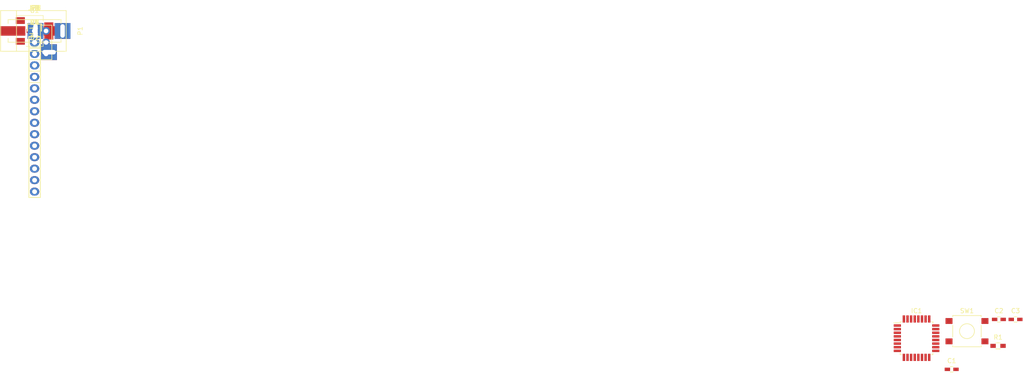
<source format=kicad_pcb>
(kicad_pcb (version 4) (host pcbnew 4.0.2-stable)

  (general
    (links 96)
    (no_connects 74)
    (area 0 0 0 0)
    (thickness 1.6)
    (drawings 0)
    (tracks 0)
    (zones 0)
    (modules 34)
    (nets 37)
  )

  (page A4)
  (layers
    (0 F.Cu signal)
    (31 B.Cu signal)
    (32 B.Adhes user)
    (33 F.Adhes user)
    (34 B.Paste user)
    (35 F.Paste user)
    (36 B.SilkS user)
    (37 F.SilkS user)
    (38 B.Mask user)
    (39 F.Mask user)
    (40 Dwgs.User user)
    (41 Cmts.User user)
    (42 Eco1.User user)
    (43 Eco2.User user)
    (44 Edge.Cuts user)
    (45 Margin user)
    (46 B.CrtYd user)
    (47 F.CrtYd user)
    (48 B.Fab user)
    (49 F.Fab user)
  )

  (setup
    (last_trace_width 0.25)
    (trace_clearance 0.2)
    (zone_clearance 0.508)
    (zone_45_only no)
    (trace_min 0.2)
    (segment_width 0.2)
    (edge_width 0.1)
    (via_size 0.6)
    (via_drill 0.4)
    (via_min_size 0.4)
    (via_min_drill 0.3)
    (uvia_size 0.3)
    (uvia_drill 0.1)
    (uvias_allowed no)
    (uvia_min_size 0.2)
    (uvia_min_drill 0.1)
    (pcb_text_width 0.3)
    (pcb_text_size 1.5 1.5)
    (mod_edge_width 0.15)
    (mod_text_size 1 1)
    (mod_text_width 0.15)
    (pad_size 1.5 1.5)
    (pad_drill 0.6)
    (pad_to_mask_clearance 0)
    (aux_axis_origin 0 0)
    (visible_elements 7FFFFFFF)
    (pcbplotparams
      (layerselection 0x00030_80000001)
      (usegerberextensions false)
      (excludeedgelayer true)
      (linewidth 0.100000)
      (plotframeref false)
      (viasonmask false)
      (mode 1)
      (useauxorigin false)
      (hpglpennumber 1)
      (hpglpenspeed 20)
      (hpglpendiameter 15)
      (hpglpenoverlay 2)
      (psnegative false)
      (psa4output false)
      (plotreference true)
      (plotvalue true)
      (plotinvisibletext false)
      (padsonsilk false)
      (subtractmaskfromsilk false)
      (outputformat 1)
      (mirror false)
      (drillshape 1)
      (scaleselection 1)
      (outputdirectory ""))
  )

  (net 0 "")
  (net 1 +5V)
  (net 2 GND)
  (net 3 "Net-(C2-Pad1)")
  (net 4 /RESET)
  (net 5 /DTR)
  (net 6 +3V3)
  (net 7 /XT1)
  (net 8 /XT2)
  (net 9 "Net-(D1-Pad1)")
  (net 10 "Net-(D2-Pad1)")
  (net 11 /D3)
  (net 12 /D4)
  (net 13 /D5)
  (net 14 /D6)
  (net 15 /D7)
  (net 16 /D8)
  (net 17 /D9)
  (net 18 /D10)
  (net 19 /D11)
  (net 20 /D12)
  (net 21 /D13)
  (net 22 /A6)
  (net 23 /A7)
  (net 24 /A0)
  (net 25 /A1)
  (net 26 /A2)
  (net 27 /A3)
  (net 28 /A4/SDA)
  (net 29 /A5/SCL)
  (net 30 /RXD)
  (net 31 /TXD)
  (net 32 /D2)
  (net 33 "Net-(JP1-Pad2)")
  (net 34 "Net-(JP2-Pad1)")
  (net 35 "Net-(JP8-Pad2)")
  (net 36 "Net-(JP9-Pad1)")

  (net_class Default "This is the default net class."
    (clearance 0.2)
    (trace_width 0.25)
    (via_dia 0.6)
    (via_drill 0.4)
    (uvia_dia 0.3)
    (uvia_drill 0.1)
    (add_net +3V3)
    (add_net +5V)
    (add_net /A0)
    (add_net /A1)
    (add_net /A2)
    (add_net /A3)
    (add_net /A4/SDA)
    (add_net /A5/SCL)
    (add_net /A6)
    (add_net /A7)
    (add_net /D10)
    (add_net /D11)
    (add_net /D12)
    (add_net /D13)
    (add_net /D2)
    (add_net /D3)
    (add_net /D4)
    (add_net /D5)
    (add_net /D6)
    (add_net /D7)
    (add_net /D8)
    (add_net /D9)
    (add_net /DTR)
    (add_net /RESET)
    (add_net /RXD)
    (add_net /TXD)
    (add_net /XT1)
    (add_net /XT2)
    (add_net GND)
    (add_net "Net-(C2-Pad1)")
    (add_net "Net-(D1-Pad1)")
    (add_net "Net-(D2-Pad1)")
    (add_net "Net-(JP1-Pad2)")
    (add_net "Net-(JP2-Pad1)")
    (add_net "Net-(JP8-Pad2)")
    (add_net "Net-(JP9-Pad1)")
  )

  (module Housings_QFP:TQFP-32_7x7mm_Pitch0.8mm (layer F.Cu) (tedit 54130A77) (tstamp 5847FBE2)
    (at 195.168095 67.985)
    (descr "32-Lead Plastic Thin Quad Flatpack (PT) - 7x7x1.0 mm Body, 2.00 mm [TQFP] (see Microchip Packaging Specification 00000049BS.pdf)")
    (tags "QFP 0.8")
    (path /5847FF76)
    (attr smd)
    (fp_text reference IC1 (at 0 -6.05) (layer F.SilkS)
      (effects (font (size 1 1) (thickness 0.15)))
    )
    (fp_text value ATMEGA328P-A (at 0 6.05) (layer F.Fab)
      (effects (font (size 1 1) (thickness 0.15)))
    )
    (fp_text user %R (at 0 0) (layer F.Fab)
      (effects (font (size 1 1) (thickness 0.15)))
    )
    (fp_line (start -2.5 -3.5) (end 3.5 -3.5) (layer F.Fab) (width 0.15))
    (fp_line (start 3.5 -3.5) (end 3.5 3.5) (layer F.Fab) (width 0.15))
    (fp_line (start 3.5 3.5) (end -3.5 3.5) (layer F.Fab) (width 0.15))
    (fp_line (start -3.5 3.5) (end -3.5 -2.5) (layer F.Fab) (width 0.15))
    (fp_line (start -3.5 -2.5) (end -2.5 -3.5) (layer F.Fab) (width 0.15))
    (fp_line (start -5.3 -5.3) (end -5.3 5.3) (layer F.CrtYd) (width 0.05))
    (fp_line (start 5.3 -5.3) (end 5.3 5.3) (layer F.CrtYd) (width 0.05))
    (fp_line (start -5.3 -5.3) (end 5.3 -5.3) (layer F.CrtYd) (width 0.05))
    (fp_line (start -5.3 5.3) (end 5.3 5.3) (layer F.CrtYd) (width 0.05))
    (fp_line (start -3.625 -3.625) (end -3.625 -3.4) (layer F.SilkS) (width 0.15))
    (fp_line (start 3.625 -3.625) (end 3.625 -3.3) (layer F.SilkS) (width 0.15))
    (fp_line (start 3.625 3.625) (end 3.625 3.3) (layer F.SilkS) (width 0.15))
    (fp_line (start -3.625 3.625) (end -3.625 3.3) (layer F.SilkS) (width 0.15))
    (fp_line (start -3.625 -3.625) (end -3.3 -3.625) (layer F.SilkS) (width 0.15))
    (fp_line (start -3.625 3.625) (end -3.3 3.625) (layer F.SilkS) (width 0.15))
    (fp_line (start 3.625 3.625) (end 3.3 3.625) (layer F.SilkS) (width 0.15))
    (fp_line (start 3.625 -3.625) (end 3.3 -3.625) (layer F.SilkS) (width 0.15))
    (fp_line (start -3.625 -3.4) (end -5.05 -3.4) (layer F.SilkS) (width 0.15))
    (pad 1 smd rect (at -4.25 -2.8) (size 1.6 0.55) (layers F.Cu F.Paste F.Mask)
      (net 11 /D3))
    (pad 2 smd rect (at -4.25 -2) (size 1.6 0.55) (layers F.Cu F.Paste F.Mask)
      (net 12 /D4))
    (pad 3 smd rect (at -4.25 -1.2) (size 1.6 0.55) (layers F.Cu F.Paste F.Mask)
      (net 2 GND))
    (pad 4 smd rect (at -4.25 -0.4) (size 1.6 0.55) (layers F.Cu F.Paste F.Mask)
      (net 1 +5V))
    (pad 5 smd rect (at -4.25 0.4) (size 1.6 0.55) (layers F.Cu F.Paste F.Mask)
      (net 2 GND))
    (pad 6 smd rect (at -4.25 1.2) (size 1.6 0.55) (layers F.Cu F.Paste F.Mask)
      (net 1 +5V))
    (pad 7 smd rect (at -4.25 2) (size 1.6 0.55) (layers F.Cu F.Paste F.Mask)
      (net 7 /XT1))
    (pad 8 smd rect (at -4.25 2.8) (size 1.6 0.55) (layers F.Cu F.Paste F.Mask)
      (net 8 /XT2))
    (pad 9 smd rect (at -2.8 4.25 90) (size 1.6 0.55) (layers F.Cu F.Paste F.Mask)
      (net 13 /D5))
    (pad 10 smd rect (at -2 4.25 90) (size 1.6 0.55) (layers F.Cu F.Paste F.Mask)
      (net 14 /D6))
    (pad 11 smd rect (at -1.2 4.25 90) (size 1.6 0.55) (layers F.Cu F.Paste F.Mask)
      (net 15 /D7))
    (pad 12 smd rect (at -0.4 4.25 90) (size 1.6 0.55) (layers F.Cu F.Paste F.Mask)
      (net 16 /D8))
    (pad 13 smd rect (at 0.4 4.25 90) (size 1.6 0.55) (layers F.Cu F.Paste F.Mask)
      (net 17 /D9))
    (pad 14 smd rect (at 1.2 4.25 90) (size 1.6 0.55) (layers F.Cu F.Paste F.Mask)
      (net 18 /D10))
    (pad 15 smd rect (at 2 4.25 90) (size 1.6 0.55) (layers F.Cu F.Paste F.Mask)
      (net 19 /D11))
    (pad 16 smd rect (at 2.8 4.25 90) (size 1.6 0.55) (layers F.Cu F.Paste F.Mask)
      (net 20 /D12))
    (pad 17 smd rect (at 4.25 2.8) (size 1.6 0.55) (layers F.Cu F.Paste F.Mask)
      (net 21 /D13))
    (pad 18 smd rect (at 4.25 2) (size 1.6 0.55) (layers F.Cu F.Paste F.Mask)
      (net 1 +5V))
    (pad 19 smd rect (at 4.25 1.2) (size 1.6 0.55) (layers F.Cu F.Paste F.Mask)
      (net 22 /A6))
    (pad 20 smd rect (at 4.25 0.4) (size 1.6 0.55) (layers F.Cu F.Paste F.Mask)
      (net 3 "Net-(C2-Pad1)"))
    (pad 21 smd rect (at 4.25 -0.4) (size 1.6 0.55) (layers F.Cu F.Paste F.Mask)
      (net 2 GND))
    (pad 22 smd rect (at 4.25 -1.2) (size 1.6 0.55) (layers F.Cu F.Paste F.Mask)
      (net 23 /A7))
    (pad 23 smd rect (at 4.25 -2) (size 1.6 0.55) (layers F.Cu F.Paste F.Mask)
      (net 24 /A0))
    (pad 24 smd rect (at 4.25 -2.8) (size 1.6 0.55) (layers F.Cu F.Paste F.Mask)
      (net 25 /A1))
    (pad 25 smd rect (at 2.8 -4.25 90) (size 1.6 0.55) (layers F.Cu F.Paste F.Mask)
      (net 26 /A2))
    (pad 26 smd rect (at 2 -4.25 90) (size 1.6 0.55) (layers F.Cu F.Paste F.Mask)
      (net 27 /A3))
    (pad 27 smd rect (at 1.2 -4.25 90) (size 1.6 0.55) (layers F.Cu F.Paste F.Mask)
      (net 28 /A4/SDA))
    (pad 28 smd rect (at 0.4 -4.25 90) (size 1.6 0.55) (layers F.Cu F.Paste F.Mask)
      (net 29 /A5/SCL))
    (pad 29 smd rect (at -0.4 -4.25 90) (size 1.6 0.55) (layers F.Cu F.Paste F.Mask)
      (net 4 /RESET))
    (pad 30 smd rect (at -1.2 -4.25 90) (size 1.6 0.55) (layers F.Cu F.Paste F.Mask)
      (net 30 /RXD))
    (pad 31 smd rect (at -2 -4.25 90) (size 1.6 0.55) (layers F.Cu F.Paste F.Mask)
      (net 31 /TXD))
    (pad 32 smd rect (at -2.8 -4.25 90) (size 1.6 0.55) (layers F.Cu F.Paste F.Mask)
      (net 32 /D2))
    (model Housings_QFP.3dshapes/TQFP-32_7x7mm_Pitch0.8mm.wrl
      (at (xyz 0 0 0))
      (scale (xyz 1 1 1))
      (rotate (xyz 0 0 0))
    )
  )

  (module Buttons_Switches_SMD:SW_SPST_B3S-1000 (layer F.Cu) (tedit 56EDA1C6) (tstamp 5847FBF0)
    (at 206.325001 66.435)
    (descr "Surface Mount Tactile Switch for High-Density Packaging")
    (tags "Tactile Switch")
    (path /5847F20E)
    (attr smd)
    (fp_text reference SW1 (at 0 -4.5) (layer F.SilkS)
      (effects (font (size 1 1) (thickness 0.15)))
    )
    (fp_text value SW_PUSH (at 0 4.5) (layer F.Fab)
      (effects (font (size 1 1) (thickness 0.15)))
    )
    (fp_line (start -5 3.7) (end 5 3.7) (layer F.CrtYd) (width 0.05))
    (fp_line (start 5 3.7) (end 5 -3.7) (layer F.CrtYd) (width 0.05))
    (fp_line (start 5 -3.7) (end -5 -3.7) (layer F.CrtYd) (width 0.05))
    (fp_line (start -5 -3.7) (end -5 3.7) (layer F.CrtYd) (width 0.05))
    (fp_line (start -3.15 -3.2) (end -3.15 -3.45) (layer F.SilkS) (width 0.15))
    (fp_line (start -3.15 -3.45) (end 3.15 -3.45) (layer F.SilkS) (width 0.15))
    (fp_line (start 3.15 -3.45) (end 3.15 -3.2) (layer F.SilkS) (width 0.15))
    (fp_line (start -3.15 1.3) (end -3.15 -1.3) (layer F.SilkS) (width 0.15))
    (fp_line (start 3.15 3.2) (end 3.15 3.45) (layer F.SilkS) (width 0.15))
    (fp_line (start 3.15 3.45) (end -3.15 3.45) (layer F.SilkS) (width 0.15))
    (fp_line (start -3.15 3.45) (end -3.15 3.2) (layer F.SilkS) (width 0.15))
    (fp_line (start 3.15 -1.3) (end 3.15 1.3) (layer F.SilkS) (width 0.15))
    (fp_circle (center 0 0) (end 1.65 0) (layer F.SilkS) (width 0.15))
    (fp_line (start -3 -3.3) (end 3 -3.3) (layer F.Fab) (width 0.15))
    (fp_line (start 3 -3.3) (end 3 3.3) (layer F.Fab) (width 0.15))
    (fp_line (start 3 3.3) (end -3 3.3) (layer F.Fab) (width 0.15))
    (fp_line (start -3 3.3) (end -3 -3.3) (layer F.Fab) (width 0.15))
    (pad 1 smd rect (at -3.975 -2.25) (size 1.55 1.3) (layers F.Cu F.Paste F.Mask)
      (net 2 GND))
    (pad 1 smd rect (at 3.975 -2.25) (size 1.55 1.3) (layers F.Cu F.Paste F.Mask)
      (net 2 GND))
    (pad 2 smd rect (at -3.975 2.25) (size 1.55 1.3) (layers F.Cu F.Paste F.Mask)
      (net 4 /RESET))
    (pad 2 smd rect (at 3.975 2.25) (size 1.55 1.3) (layers F.Cu F.Paste F.Mask)
      (net 4 /RESET))
  )

  (module Capacitors_SMD:C_0603_HandSoldering (layer F.Cu) (tedit 541A9B4D) (tstamp 585CAE06)
    (at 0 0)
    (descr "Capacitor SMD 0603, hand soldering")
    (tags "capacitor 0603")
    (path /585C7547)
    (attr smd)
    (fp_text reference C4 (at 0 -1.9) (layer F.SilkS)
      (effects (font (size 1 1) (thickness 0.15)))
    )
    (fp_text value 10uF (at 0 1.9) (layer F.Fab)
      (effects (font (size 1 1) (thickness 0.15)))
    )
    (fp_line (start -0.8 0.4) (end -0.8 -0.4) (layer F.Fab) (width 0.15))
    (fp_line (start 0.8 0.4) (end -0.8 0.4) (layer F.Fab) (width 0.15))
    (fp_line (start 0.8 -0.4) (end 0.8 0.4) (layer F.Fab) (width 0.15))
    (fp_line (start -0.8 -0.4) (end 0.8 -0.4) (layer F.Fab) (width 0.15))
    (fp_line (start -1.85 -0.75) (end 1.85 -0.75) (layer F.CrtYd) (width 0.05))
    (fp_line (start -1.85 0.75) (end 1.85 0.75) (layer F.CrtYd) (width 0.05))
    (fp_line (start -1.85 -0.75) (end -1.85 0.75) (layer F.CrtYd) (width 0.05))
    (fp_line (start 1.85 -0.75) (end 1.85 0.75) (layer F.CrtYd) (width 0.05))
    (fp_line (start -0.35 -0.6) (end 0.35 -0.6) (layer F.SilkS) (width 0.15))
    (fp_line (start 0.35 0.6) (end -0.35 0.6) (layer F.SilkS) (width 0.15))
    (pad 1 smd rect (at -0.95 0) (size 1.2 0.75) (layers F.Cu F.Paste F.Mask)
      (net 1 +5V))
    (pad 2 smd rect (at 0.95 0) (size 1.2 0.75) (layers F.Cu F.Paste F.Mask)
      (net 2 GND))
    (model Capacitors_SMD.3dshapes/C_0603_HandSoldering.wrl
      (at (xyz 0 0 0))
      (scale (xyz 1 1 1))
      (rotate (xyz 0 0 0))
    )
  )

  (module Capacitors_SMD:C_0603_HandSoldering (layer F.Cu) (tedit 541A9B4D) (tstamp 585CAE16)
    (at 0 0)
    (descr "Capacitor SMD 0603, hand soldering")
    (tags "capacitor 0603")
    (path /585C9A24)
    (attr smd)
    (fp_text reference C5 (at 0 -1.9) (layer F.SilkS)
      (effects (font (size 1 1) (thickness 0.15)))
    )
    (fp_text value 10uF (at 0 1.9) (layer F.Fab)
      (effects (font (size 1 1) (thickness 0.15)))
    )
    (fp_line (start -0.8 0.4) (end -0.8 -0.4) (layer F.Fab) (width 0.15))
    (fp_line (start 0.8 0.4) (end -0.8 0.4) (layer F.Fab) (width 0.15))
    (fp_line (start 0.8 -0.4) (end 0.8 0.4) (layer F.Fab) (width 0.15))
    (fp_line (start -0.8 -0.4) (end 0.8 -0.4) (layer F.Fab) (width 0.15))
    (fp_line (start -1.85 -0.75) (end 1.85 -0.75) (layer F.CrtYd) (width 0.05))
    (fp_line (start -1.85 0.75) (end 1.85 0.75) (layer F.CrtYd) (width 0.05))
    (fp_line (start -1.85 -0.75) (end -1.85 0.75) (layer F.CrtYd) (width 0.05))
    (fp_line (start 1.85 -0.75) (end 1.85 0.75) (layer F.CrtYd) (width 0.05))
    (fp_line (start -0.35 -0.6) (end 0.35 -0.6) (layer F.SilkS) (width 0.15))
    (fp_line (start 0.35 0.6) (end -0.35 0.6) (layer F.SilkS) (width 0.15))
    (pad 1 smd rect (at -0.95 0) (size 1.2 0.75) (layers F.Cu F.Paste F.Mask)
      (net 6 +3V3))
    (pad 2 smd rect (at 0.95 0) (size 1.2 0.75) (layers F.Cu F.Paste F.Mask)
      (net 2 GND))
    (model Capacitors_SMD.3dshapes/C_0603_HandSoldering.wrl
      (at (xyz 0 0 0))
      (scale (xyz 1 1 1))
      (rotate (xyz 0 0 0))
    )
  )

  (module Capacitors_SMD:C_0603_HandSoldering (layer F.Cu) (tedit 541A9B4D) (tstamp 585CAE26)
    (at 0 0)
    (descr "Capacitor SMD 0603, hand soldering")
    (tags "capacitor 0603")
    (path /585D5BAA)
    (attr smd)
    (fp_text reference C6 (at 0 -1.9) (layer F.SilkS)
      (effects (font (size 1 1) (thickness 0.15)))
    )
    (fp_text value 22uF (at 0 1.9) (layer F.Fab)
      (effects (font (size 1 1) (thickness 0.15)))
    )
    (fp_line (start -0.8 0.4) (end -0.8 -0.4) (layer F.Fab) (width 0.15))
    (fp_line (start 0.8 0.4) (end -0.8 0.4) (layer F.Fab) (width 0.15))
    (fp_line (start 0.8 -0.4) (end 0.8 0.4) (layer F.Fab) (width 0.15))
    (fp_line (start -0.8 -0.4) (end 0.8 -0.4) (layer F.Fab) (width 0.15))
    (fp_line (start -1.85 -0.75) (end 1.85 -0.75) (layer F.CrtYd) (width 0.05))
    (fp_line (start -1.85 0.75) (end 1.85 0.75) (layer F.CrtYd) (width 0.05))
    (fp_line (start -1.85 -0.75) (end -1.85 0.75) (layer F.CrtYd) (width 0.05))
    (fp_line (start 1.85 -0.75) (end 1.85 0.75) (layer F.CrtYd) (width 0.05))
    (fp_line (start -0.35 -0.6) (end 0.35 -0.6) (layer F.SilkS) (width 0.15))
    (fp_line (start 0.35 0.6) (end -0.35 0.6) (layer F.SilkS) (width 0.15))
    (pad 1 smd rect (at -0.95 0) (size 1.2 0.75) (layers F.Cu F.Paste F.Mask)
      (net 7 /XT1))
    (pad 2 smd rect (at 0.95 0) (size 1.2 0.75) (layers F.Cu F.Paste F.Mask)
      (net 2 GND))
    (model Capacitors_SMD.3dshapes/C_0603_HandSoldering.wrl
      (at (xyz 0 0 0))
      (scale (xyz 1 1 1))
      (rotate (xyz 0 0 0))
    )
  )

  (module Capacitors_SMD:C_0603_HandSoldering (layer F.Cu) (tedit 541A9B4D) (tstamp 585CAE36)
    (at 0 0)
    (descr "Capacitor SMD 0603, hand soldering")
    (tags "capacitor 0603")
    (path /585D5BEB)
    (attr smd)
    (fp_text reference C7 (at 0 -1.9) (layer F.SilkS)
      (effects (font (size 1 1) (thickness 0.15)))
    )
    (fp_text value 22uF (at 0 1.9) (layer F.Fab)
      (effects (font (size 1 1) (thickness 0.15)))
    )
    (fp_line (start -0.8 0.4) (end -0.8 -0.4) (layer F.Fab) (width 0.15))
    (fp_line (start 0.8 0.4) (end -0.8 0.4) (layer F.Fab) (width 0.15))
    (fp_line (start 0.8 -0.4) (end 0.8 0.4) (layer F.Fab) (width 0.15))
    (fp_line (start -0.8 -0.4) (end 0.8 -0.4) (layer F.Fab) (width 0.15))
    (fp_line (start -1.85 -0.75) (end 1.85 -0.75) (layer F.CrtYd) (width 0.05))
    (fp_line (start -1.85 0.75) (end 1.85 0.75) (layer F.CrtYd) (width 0.05))
    (fp_line (start -1.85 -0.75) (end -1.85 0.75) (layer F.CrtYd) (width 0.05))
    (fp_line (start 1.85 -0.75) (end 1.85 0.75) (layer F.CrtYd) (width 0.05))
    (fp_line (start -0.35 -0.6) (end 0.35 -0.6) (layer F.SilkS) (width 0.15))
    (fp_line (start 0.35 0.6) (end -0.35 0.6) (layer F.SilkS) (width 0.15))
    (pad 1 smd rect (at -0.95 0) (size 1.2 0.75) (layers F.Cu F.Paste F.Mask)
      (net 2 GND))
    (pad 2 smd rect (at 0.95 0) (size 1.2 0.75) (layers F.Cu F.Paste F.Mask)
      (net 8 /XT2))
    (model Capacitors_SMD.3dshapes/C_0603_HandSoldering.wrl
      (at (xyz 0 0 0))
      (scale (xyz 1 1 1))
      (rotate (xyz 0 0 0))
    )
  )

  (module Diodes_SMD:D_0603 (layer F.Cu) (tedit 574BBA57) (tstamp 585CAE4C)
    (at 0 0)
    (descr "Diode SMD in 0603 package")
    (tags "smd diode")
    (path /585CAFDA)
    (attr smd)
    (fp_text reference D1 (at 0 1.5) (layer F.SilkS)
      (effects (font (size 1 1) (thickness 0.15)))
    )
    (fp_text value LED_+5V (at 0 -1.5) (layer F.Fab)
      (effects (font (size 1 1) (thickness 0.15)))
    )
    (fp_line (start 1.5 0.8) (end 1.5 -0.8) (layer F.CrtYd) (width 0.05))
    (fp_line (start -1.5 0.8) (end 1.5 0.8) (layer F.CrtYd) (width 0.05))
    (fp_line (start -1.5 -0.8) (end -1.5 0.8) (layer F.CrtYd) (width 0.05))
    (fp_line (start 1.5 -0.8) (end -1.5 -0.8) (layer F.CrtYd) (width 0.05))
    (fp_line (start 0.2 0) (end 0.4 0) (layer F.Fab) (width 0.15))
    (fp_line (start -0.1 0) (end -0.3 0) (layer F.Fab) (width 0.15))
    (fp_line (start -0.1 -0.2) (end -0.1 0.2) (layer F.Fab) (width 0.15))
    (fp_line (start 0.2 0.2) (end 0.2 -0.2) (layer F.Fab) (width 0.15))
    (fp_line (start -0.1 0) (end 0.2 0.2) (layer F.Fab) (width 0.15))
    (fp_line (start 0.2 -0.2) (end -0.1 0) (layer F.Fab) (width 0.15))
    (fp_line (start -0.8 0.5) (end -0.8 -0.5) (layer F.Fab) (width 0.15))
    (fp_line (start 0.8 0.5) (end -0.8 0.5) (layer F.Fab) (width 0.15))
    (fp_line (start 0.8 -0.5) (end 0.8 0.5) (layer F.Fab) (width 0.15))
    (fp_line (start -0.8 -0.5) (end 0.8 -0.5) (layer F.Fab) (width 0.15))
    (fp_line (start -1.1 0.6) (end 0.7 0.6) (layer F.SilkS) (width 0.15))
    (fp_line (start -1.1 -0.6) (end 0.7 -0.6) (layer F.SilkS) (width 0.15))
    (pad 1 smd rect (at -0.85 0) (size 0.6 0.8) (layers F.Cu F.Paste F.Mask)
      (net 9 "Net-(D1-Pad1)"))
    (pad 2 smd rect (at 0.85 0) (size 0.6 0.8) (layers F.Cu F.Paste F.Mask)
      (net 1 +5V))
  )

  (module Diodes_SMD:D_0603 (layer F.Cu) (tedit 574BBA57) (tstamp 585CAE62)
    (at 0 0)
    (descr "Diode SMD in 0603 package")
    (tags "smd diode")
    (path /585CB302)
    (attr smd)
    (fp_text reference D2 (at 0 1.5) (layer F.SilkS)
      (effects (font (size 1 1) (thickness 0.15)))
    )
    (fp_text value LED_+3V3 (at 0 -1.5) (layer F.Fab)
      (effects (font (size 1 1) (thickness 0.15)))
    )
    (fp_line (start 1.5 0.8) (end 1.5 -0.8) (layer F.CrtYd) (width 0.05))
    (fp_line (start -1.5 0.8) (end 1.5 0.8) (layer F.CrtYd) (width 0.05))
    (fp_line (start -1.5 -0.8) (end -1.5 0.8) (layer F.CrtYd) (width 0.05))
    (fp_line (start 1.5 -0.8) (end -1.5 -0.8) (layer F.CrtYd) (width 0.05))
    (fp_line (start 0.2 0) (end 0.4 0) (layer F.Fab) (width 0.15))
    (fp_line (start -0.1 0) (end -0.3 0) (layer F.Fab) (width 0.15))
    (fp_line (start -0.1 -0.2) (end -0.1 0.2) (layer F.Fab) (width 0.15))
    (fp_line (start 0.2 0.2) (end 0.2 -0.2) (layer F.Fab) (width 0.15))
    (fp_line (start -0.1 0) (end 0.2 0.2) (layer F.Fab) (width 0.15))
    (fp_line (start 0.2 -0.2) (end -0.1 0) (layer F.Fab) (width 0.15))
    (fp_line (start -0.8 0.5) (end -0.8 -0.5) (layer F.Fab) (width 0.15))
    (fp_line (start 0.8 0.5) (end -0.8 0.5) (layer F.Fab) (width 0.15))
    (fp_line (start 0.8 -0.5) (end 0.8 0.5) (layer F.Fab) (width 0.15))
    (fp_line (start -0.8 -0.5) (end 0.8 -0.5) (layer F.Fab) (width 0.15))
    (fp_line (start -1.1 0.6) (end 0.7 0.6) (layer F.SilkS) (width 0.15))
    (fp_line (start -1.1 -0.6) (end 0.7 -0.6) (layer F.SilkS) (width 0.15))
    (pad 1 smd rect (at -0.85 0) (size 0.6 0.8) (layers F.Cu F.Paste F.Mask)
      (net 10 "Net-(D2-Pad1)"))
    (pad 2 smd rect (at 0.85 0) (size 0.6 0.8) (layers F.Cu F.Paste F.Mask)
      (net 6 +3V3))
  )

  (module Pin_Headers:Pin_Header_Straight_1x02 (layer F.Cu) (tedit 54EA090C) (tstamp 585CAE73)
    (at 0 0)
    (descr "Through hole pin header")
    (tags "pin header")
    (path /585E2FE6)
    (fp_text reference JP1 (at 0 -5.1) (layer F.SilkS)
      (effects (font (size 1 1) (thickness 0.15)))
    )
    (fp_text value Jumper_NC_Small (at 0 -3.1) (layer F.Fab)
      (effects (font (size 1 1) (thickness 0.15)))
    )
    (fp_line (start 1.27 1.27) (end 1.27 3.81) (layer F.SilkS) (width 0.15))
    (fp_line (start 1.55 -1.55) (end 1.55 0) (layer F.SilkS) (width 0.15))
    (fp_line (start -1.75 -1.75) (end -1.75 4.3) (layer F.CrtYd) (width 0.05))
    (fp_line (start 1.75 -1.75) (end 1.75 4.3) (layer F.CrtYd) (width 0.05))
    (fp_line (start -1.75 -1.75) (end 1.75 -1.75) (layer F.CrtYd) (width 0.05))
    (fp_line (start -1.75 4.3) (end 1.75 4.3) (layer F.CrtYd) (width 0.05))
    (fp_line (start 1.27 1.27) (end -1.27 1.27) (layer F.SilkS) (width 0.15))
    (fp_line (start -1.55 0) (end -1.55 -1.55) (layer F.SilkS) (width 0.15))
    (fp_line (start -1.55 -1.55) (end 1.55 -1.55) (layer F.SilkS) (width 0.15))
    (fp_line (start -1.27 1.27) (end -1.27 3.81) (layer F.SilkS) (width 0.15))
    (fp_line (start -1.27 3.81) (end 1.27 3.81) (layer F.SilkS) (width 0.15))
    (pad 1 thru_hole rect (at 0 0) (size 2.032 2.032) (drill 1.016) (layers *.Cu *.Mask)
      (net 21 /D13))
    (pad 2 thru_hole oval (at 0 2.54) (size 2.032 2.032) (drill 1.016) (layers *.Cu *.Mask)
      (net 33 "Net-(JP1-Pad2)"))
    (model Pin_Headers.3dshapes/Pin_Header_Straight_1x02.wrl
      (at (xyz 0 -0.05 0))
      (scale (xyz 1 1 1))
      (rotate (xyz 0 0 90))
    )
  )

  (module Pin_Headers:Pin_Header_Straight_1x02 (layer F.Cu) (tedit 54EA090C) (tstamp 585CAE84)
    (at 0 0)
    (descr "Through hole pin header")
    (tags "pin header")
    (path /585E7648)
    (fp_text reference JP2 (at 0 -5.1) (layer F.SilkS)
      (effects (font (size 1 1) (thickness 0.15)))
    )
    (fp_text value Jumper_NC_Small (at 0 -3.1) (layer F.Fab)
      (effects (font (size 1 1) (thickness 0.15)))
    )
    (fp_line (start 1.27 1.27) (end 1.27 3.81) (layer F.SilkS) (width 0.15))
    (fp_line (start 1.55 -1.55) (end 1.55 0) (layer F.SilkS) (width 0.15))
    (fp_line (start -1.75 -1.75) (end -1.75 4.3) (layer F.CrtYd) (width 0.05))
    (fp_line (start 1.75 -1.75) (end 1.75 4.3) (layer F.CrtYd) (width 0.05))
    (fp_line (start -1.75 -1.75) (end 1.75 -1.75) (layer F.CrtYd) (width 0.05))
    (fp_line (start -1.75 4.3) (end 1.75 4.3) (layer F.CrtYd) (width 0.05))
    (fp_line (start 1.27 1.27) (end -1.27 1.27) (layer F.SilkS) (width 0.15))
    (fp_line (start -1.55 0) (end -1.55 -1.55) (layer F.SilkS) (width 0.15))
    (fp_line (start -1.55 -1.55) (end 1.55 -1.55) (layer F.SilkS) (width 0.15))
    (fp_line (start -1.27 1.27) (end -1.27 3.81) (layer F.SilkS) (width 0.15))
    (fp_line (start -1.27 3.81) (end 1.27 3.81) (layer F.SilkS) (width 0.15))
    (pad 1 thru_hole rect (at 0 0) (size 2.032 2.032) (drill 1.016) (layers *.Cu *.Mask)
      (net 34 "Net-(JP2-Pad1)"))
    (pad 2 thru_hole oval (at 0 2.54) (size 2.032 2.032) (drill 1.016) (layers *.Cu *.Mask)
      (net 20 /D12))
    (model Pin_Headers.3dshapes/Pin_Header_Straight_1x02.wrl
      (at (xyz 0 -0.05 0))
      (scale (xyz 1 1 1))
      (rotate (xyz 0 0 90))
    )
  )

  (module Pin_Headers:Pin_Header_Straight_1x02 (layer F.Cu) (tedit 54EA090C) (tstamp 585CAE95)
    (at 0 0)
    (descr "Through hole pin header")
    (tags "pin header")
    (path /585E7695)
    (fp_text reference JP3 (at 0 -5.1) (layer F.SilkS)
      (effects (font (size 1 1) (thickness 0.15)))
    )
    (fp_text value Jumper_NC_Small (at 0 -3.1) (layer F.Fab)
      (effects (font (size 1 1) (thickness 0.15)))
    )
    (fp_line (start 1.27 1.27) (end 1.27 3.81) (layer F.SilkS) (width 0.15))
    (fp_line (start 1.55 -1.55) (end 1.55 0) (layer F.SilkS) (width 0.15))
    (fp_line (start -1.75 -1.75) (end -1.75 4.3) (layer F.CrtYd) (width 0.05))
    (fp_line (start 1.75 -1.75) (end 1.75 4.3) (layer F.CrtYd) (width 0.05))
    (fp_line (start -1.75 -1.75) (end 1.75 -1.75) (layer F.CrtYd) (width 0.05))
    (fp_line (start -1.75 4.3) (end 1.75 4.3) (layer F.CrtYd) (width 0.05))
    (fp_line (start 1.27 1.27) (end -1.27 1.27) (layer F.SilkS) (width 0.15))
    (fp_line (start -1.55 0) (end -1.55 -1.55) (layer F.SilkS) (width 0.15))
    (fp_line (start -1.55 -1.55) (end 1.55 -1.55) (layer F.SilkS) (width 0.15))
    (fp_line (start -1.27 1.27) (end -1.27 3.81) (layer F.SilkS) (width 0.15))
    (fp_line (start -1.27 3.81) (end 1.27 3.81) (layer F.SilkS) (width 0.15))
    (pad 1 thru_hole rect (at 0 0) (size 2.032 2.032) (drill 1.016) (layers *.Cu *.Mask)
      (net 34 "Net-(JP2-Pad1)"))
    (pad 2 thru_hole oval (at 0 2.54) (size 2.032 2.032) (drill 1.016) (layers *.Cu *.Mask)
      (net 19 /D11))
    (model Pin_Headers.3dshapes/Pin_Header_Straight_1x02.wrl
      (at (xyz 0 -0.05 0))
      (scale (xyz 1 1 1))
      (rotate (xyz 0 0 90))
    )
  )

  (module Pin_Headers:Pin_Header_Straight_1x02 (layer F.Cu) (tedit 54EA090C) (tstamp 585CAEA6)
    (at 0 0)
    (descr "Through hole pin header")
    (tags "pin header")
    (path /585E76E4)
    (fp_text reference JP4 (at 0 -5.1) (layer F.SilkS)
      (effects (font (size 1 1) (thickness 0.15)))
    )
    (fp_text value Jumper_NC_Small (at 0 -3.1) (layer F.Fab)
      (effects (font (size 1 1) (thickness 0.15)))
    )
    (fp_line (start 1.27 1.27) (end 1.27 3.81) (layer F.SilkS) (width 0.15))
    (fp_line (start 1.55 -1.55) (end 1.55 0) (layer F.SilkS) (width 0.15))
    (fp_line (start -1.75 -1.75) (end -1.75 4.3) (layer F.CrtYd) (width 0.05))
    (fp_line (start 1.75 -1.75) (end 1.75 4.3) (layer F.CrtYd) (width 0.05))
    (fp_line (start -1.75 -1.75) (end 1.75 -1.75) (layer F.CrtYd) (width 0.05))
    (fp_line (start -1.75 4.3) (end 1.75 4.3) (layer F.CrtYd) (width 0.05))
    (fp_line (start 1.27 1.27) (end -1.27 1.27) (layer F.SilkS) (width 0.15))
    (fp_line (start -1.55 0) (end -1.55 -1.55) (layer F.SilkS) (width 0.15))
    (fp_line (start -1.55 -1.55) (end 1.55 -1.55) (layer F.SilkS) (width 0.15))
    (fp_line (start -1.27 1.27) (end -1.27 3.81) (layer F.SilkS) (width 0.15))
    (fp_line (start -1.27 3.81) (end 1.27 3.81) (layer F.SilkS) (width 0.15))
    (pad 1 thru_hole rect (at 0 0) (size 2.032 2.032) (drill 1.016) (layers *.Cu *.Mask)
      (net 34 "Net-(JP2-Pad1)"))
    (pad 2 thru_hole oval (at 0 2.54) (size 2.032 2.032) (drill 1.016) (layers *.Cu *.Mask)
      (net 18 /D10))
    (model Pin_Headers.3dshapes/Pin_Header_Straight_1x02.wrl
      (at (xyz 0 -0.05 0))
      (scale (xyz 1 1 1))
      (rotate (xyz 0 0 90))
    )
  )

  (module Pin_Headers:Pin_Header_Straight_1x02 (layer F.Cu) (tedit 54EA090C) (tstamp 585CAEB7)
    (at 0 0)
    (descr "Through hole pin header")
    (tags "pin header")
    (path /585E7735)
    (fp_text reference JP5 (at 0 -5.1) (layer F.SilkS)
      (effects (font (size 1 1) (thickness 0.15)))
    )
    (fp_text value Jumper_NC_Small (at 0 -3.1) (layer F.Fab)
      (effects (font (size 1 1) (thickness 0.15)))
    )
    (fp_line (start 1.27 1.27) (end 1.27 3.81) (layer F.SilkS) (width 0.15))
    (fp_line (start 1.55 -1.55) (end 1.55 0) (layer F.SilkS) (width 0.15))
    (fp_line (start -1.75 -1.75) (end -1.75 4.3) (layer F.CrtYd) (width 0.05))
    (fp_line (start 1.75 -1.75) (end 1.75 4.3) (layer F.CrtYd) (width 0.05))
    (fp_line (start -1.75 -1.75) (end 1.75 -1.75) (layer F.CrtYd) (width 0.05))
    (fp_line (start -1.75 4.3) (end 1.75 4.3) (layer F.CrtYd) (width 0.05))
    (fp_line (start 1.27 1.27) (end -1.27 1.27) (layer F.SilkS) (width 0.15))
    (fp_line (start -1.55 0) (end -1.55 -1.55) (layer F.SilkS) (width 0.15))
    (fp_line (start -1.55 -1.55) (end 1.55 -1.55) (layer F.SilkS) (width 0.15))
    (fp_line (start -1.27 1.27) (end -1.27 3.81) (layer F.SilkS) (width 0.15))
    (fp_line (start -1.27 3.81) (end 1.27 3.81) (layer F.SilkS) (width 0.15))
    (pad 1 thru_hole rect (at 0 0) (size 2.032 2.032) (drill 1.016) (layers *.Cu *.Mask)
      (net 34 "Net-(JP2-Pad1)"))
    (pad 2 thru_hole oval (at 0 2.54) (size 2.032 2.032) (drill 1.016) (layers *.Cu *.Mask)
      (net 17 /D9))
    (model Pin_Headers.3dshapes/Pin_Header_Straight_1x02.wrl
      (at (xyz 0 -0.05 0))
      (scale (xyz 1 1 1))
      (rotate (xyz 0 0 90))
    )
  )

  (module Pin_Headers:Pin_Header_Straight_1x02 (layer F.Cu) (tedit 54EA090C) (tstamp 585CAEC8)
    (at 0 0)
    (descr "Through hole pin header")
    (tags "pin header")
    (path /585E7788)
    (fp_text reference JP6 (at 0 -5.1) (layer F.SilkS)
      (effects (font (size 1 1) (thickness 0.15)))
    )
    (fp_text value Jumper_NC_Small (at 0 -3.1) (layer F.Fab)
      (effects (font (size 1 1) (thickness 0.15)))
    )
    (fp_line (start 1.27 1.27) (end 1.27 3.81) (layer F.SilkS) (width 0.15))
    (fp_line (start 1.55 -1.55) (end 1.55 0) (layer F.SilkS) (width 0.15))
    (fp_line (start -1.75 -1.75) (end -1.75 4.3) (layer F.CrtYd) (width 0.05))
    (fp_line (start 1.75 -1.75) (end 1.75 4.3) (layer F.CrtYd) (width 0.05))
    (fp_line (start -1.75 -1.75) (end 1.75 -1.75) (layer F.CrtYd) (width 0.05))
    (fp_line (start -1.75 4.3) (end 1.75 4.3) (layer F.CrtYd) (width 0.05))
    (fp_line (start 1.27 1.27) (end -1.27 1.27) (layer F.SilkS) (width 0.15))
    (fp_line (start -1.55 0) (end -1.55 -1.55) (layer F.SilkS) (width 0.15))
    (fp_line (start -1.55 -1.55) (end 1.55 -1.55) (layer F.SilkS) (width 0.15))
    (fp_line (start -1.27 1.27) (end -1.27 3.81) (layer F.SilkS) (width 0.15))
    (fp_line (start -1.27 3.81) (end 1.27 3.81) (layer F.SilkS) (width 0.15))
    (pad 1 thru_hole rect (at 0 0) (size 2.032 2.032) (drill 1.016) (layers *.Cu *.Mask)
      (net 34 "Net-(JP2-Pad1)"))
    (pad 2 thru_hole oval (at 0 2.54) (size 2.032 2.032) (drill 1.016) (layers *.Cu *.Mask)
      (net 16 /D8))
    (model Pin_Headers.3dshapes/Pin_Header_Straight_1x02.wrl
      (at (xyz 0 -0.05 0))
      (scale (xyz 1 1 1))
      (rotate (xyz 0 0 90))
    )
  )

  (module Pin_Headers:Pin_Header_Straight_1x02 (layer F.Cu) (tedit 54EA090C) (tstamp 585CAED9)
    (at 0 0)
    (descr "Through hole pin header")
    (tags "pin header")
    (path /585E7C3B)
    (fp_text reference JP7 (at 0 -5.1) (layer F.SilkS)
      (effects (font (size 1 1) (thickness 0.15)))
    )
    (fp_text value Jumper_NC_Small (at 0 -3.1) (layer F.Fab)
      (effects (font (size 1 1) (thickness 0.15)))
    )
    (fp_line (start 1.27 1.27) (end 1.27 3.81) (layer F.SilkS) (width 0.15))
    (fp_line (start 1.55 -1.55) (end 1.55 0) (layer F.SilkS) (width 0.15))
    (fp_line (start -1.75 -1.75) (end -1.75 4.3) (layer F.CrtYd) (width 0.05))
    (fp_line (start 1.75 -1.75) (end 1.75 4.3) (layer F.CrtYd) (width 0.05))
    (fp_line (start -1.75 -1.75) (end 1.75 -1.75) (layer F.CrtYd) (width 0.05))
    (fp_line (start -1.75 4.3) (end 1.75 4.3) (layer F.CrtYd) (width 0.05))
    (fp_line (start 1.27 1.27) (end -1.27 1.27) (layer F.SilkS) (width 0.15))
    (fp_line (start -1.55 0) (end -1.55 -1.55) (layer F.SilkS) (width 0.15))
    (fp_line (start -1.55 -1.55) (end 1.55 -1.55) (layer F.SilkS) (width 0.15))
    (fp_line (start -1.27 1.27) (end -1.27 3.81) (layer F.SilkS) (width 0.15))
    (fp_line (start -1.27 3.81) (end 1.27 3.81) (layer F.SilkS) (width 0.15))
    (pad 1 thru_hole rect (at 0 0) (size 2.032 2.032) (drill 1.016) (layers *.Cu *.Mask)
      (net 34 "Net-(JP2-Pad1)"))
    (pad 2 thru_hole oval (at 0 2.54) (size 2.032 2.032) (drill 1.016) (layers *.Cu *.Mask)
      (net 15 /D7))
    (model Pin_Headers.3dshapes/Pin_Header_Straight_1x02.wrl
      (at (xyz 0 -0.05 0))
      (scale (xyz 1 1 1))
      (rotate (xyz 0 0 90))
    )
  )

  (module Pin_Headers:Pin_Header_Straight_1x02 (layer F.Cu) (tedit 54EA090C) (tstamp 585CAEEA)
    (at 0 0)
    (descr "Through hole pin header")
    (tags "pin header")
    (path /585DF9CC)
    (fp_text reference JP8 (at 0 -5.1) (layer F.SilkS)
      (effects (font (size 1 1) (thickness 0.15)))
    )
    (fp_text value Jumper_NC_Small (at 0 -3.1) (layer F.Fab)
      (effects (font (size 1 1) (thickness 0.15)))
    )
    (fp_line (start 1.27 1.27) (end 1.27 3.81) (layer F.SilkS) (width 0.15))
    (fp_line (start 1.55 -1.55) (end 1.55 0) (layer F.SilkS) (width 0.15))
    (fp_line (start -1.75 -1.75) (end -1.75 4.3) (layer F.CrtYd) (width 0.05))
    (fp_line (start 1.75 -1.75) (end 1.75 4.3) (layer F.CrtYd) (width 0.05))
    (fp_line (start -1.75 -1.75) (end 1.75 -1.75) (layer F.CrtYd) (width 0.05))
    (fp_line (start -1.75 4.3) (end 1.75 4.3) (layer F.CrtYd) (width 0.05))
    (fp_line (start 1.27 1.27) (end -1.27 1.27) (layer F.SilkS) (width 0.15))
    (fp_line (start -1.55 0) (end -1.55 -1.55) (layer F.SilkS) (width 0.15))
    (fp_line (start -1.55 -1.55) (end 1.55 -1.55) (layer F.SilkS) (width 0.15))
    (fp_line (start -1.27 1.27) (end -1.27 3.81) (layer F.SilkS) (width 0.15))
    (fp_line (start -1.27 3.81) (end 1.27 3.81) (layer F.SilkS) (width 0.15))
    (pad 1 thru_hole rect (at 0 0) (size 2.032 2.032) (drill 1.016) (layers *.Cu *.Mask)
      (net 28 /A4/SDA))
    (pad 2 thru_hole oval (at 0 2.54) (size 2.032 2.032) (drill 1.016) (layers *.Cu *.Mask)
      (net 35 "Net-(JP8-Pad2)"))
    (model Pin_Headers.3dshapes/Pin_Header_Straight_1x02.wrl
      (at (xyz 0 -0.05 0))
      (scale (xyz 1 1 1))
      (rotate (xyz 0 0 90))
    )
  )

  (module Pin_Headers:Pin_Header_Straight_1x02 (layer F.Cu) (tedit 54EA090C) (tstamp 585CAEFB)
    (at 0 0)
    (descr "Through hole pin header")
    (tags "pin header")
    (path /585DF97F)
    (fp_text reference JP9 (at 0 -5.1) (layer F.SilkS)
      (effects (font (size 1 1) (thickness 0.15)))
    )
    (fp_text value Jumper_NC_Small (at 0 -3.1) (layer F.Fab)
      (effects (font (size 1 1) (thickness 0.15)))
    )
    (fp_line (start 1.27 1.27) (end 1.27 3.81) (layer F.SilkS) (width 0.15))
    (fp_line (start 1.55 -1.55) (end 1.55 0) (layer F.SilkS) (width 0.15))
    (fp_line (start -1.75 -1.75) (end -1.75 4.3) (layer F.CrtYd) (width 0.05))
    (fp_line (start 1.75 -1.75) (end 1.75 4.3) (layer F.CrtYd) (width 0.05))
    (fp_line (start -1.75 -1.75) (end 1.75 -1.75) (layer F.CrtYd) (width 0.05))
    (fp_line (start -1.75 4.3) (end 1.75 4.3) (layer F.CrtYd) (width 0.05))
    (fp_line (start 1.27 1.27) (end -1.27 1.27) (layer F.SilkS) (width 0.15))
    (fp_line (start -1.55 0) (end -1.55 -1.55) (layer F.SilkS) (width 0.15))
    (fp_line (start -1.55 -1.55) (end 1.55 -1.55) (layer F.SilkS) (width 0.15))
    (fp_line (start -1.27 1.27) (end -1.27 3.81) (layer F.SilkS) (width 0.15))
    (fp_line (start -1.27 3.81) (end 1.27 3.81) (layer F.SilkS) (width 0.15))
    (pad 1 thru_hole rect (at 0 0) (size 2.032 2.032) (drill 1.016) (layers *.Cu *.Mask)
      (net 36 "Net-(JP9-Pad1)"))
    (pad 2 thru_hole oval (at 0 2.54) (size 2.032 2.032) (drill 1.016) (layers *.Cu *.Mask)
      (net 29 /A5/SCL))
    (model Pin_Headers.3dshapes/Pin_Header_Straight_1x02.wrl
      (at (xyz 0 -0.05 0))
      (scale (xyz 1 1 1))
      (rotate (xyz 0 0 90))
    )
  )

  (module Connect:BARREL_JACK (layer F.Cu) (tedit 0) (tstamp 585CAF07)
    (at 0 0)
    (descr "DC Barrel Jack")
    (tags "Power Jack")
    (path /585C74F2)
    (fp_text reference P1 (at 10.09904 0 90) (layer F.SilkS)
      (effects (font (size 1 1) (thickness 0.15)))
    )
    (fp_text value CN_PWR (at 0 -5.99948) (layer F.Fab)
      (effects (font (size 1 1) (thickness 0.15)))
    )
    (fp_line (start -4.0005 -4.50088) (end -4.0005 4.50088) (layer F.SilkS) (width 0.15))
    (fp_line (start -7.50062 -4.50088) (end -7.50062 4.50088) (layer F.SilkS) (width 0.15))
    (fp_line (start -7.50062 4.50088) (end 7.00024 4.50088) (layer F.SilkS) (width 0.15))
    (fp_line (start 7.00024 4.50088) (end 7.00024 -4.50088) (layer F.SilkS) (width 0.15))
    (fp_line (start 7.00024 -4.50088) (end -7.50062 -4.50088) (layer F.SilkS) (width 0.15))
    (pad 1 thru_hole rect (at 6.20014 0) (size 3.50012 3.50012) (drill oval 1.00076 2.99974) (layers *.Cu *.Mask))
    (pad 2 thru_hole rect (at 0.20066 0) (size 3.50012 3.50012) (drill oval 1.00076 2.99974) (layers *.Cu *.Mask)
      (net 2 GND))
    (pad 3 thru_hole rect (at 3.2004 4.699) (size 3.50012 3.50012) (drill oval 2.99974 1.00076) (layers *.Cu *.Mask))
  )

  (module Pin_Headers:Pin_Header_Straight_1x05 (layer F.Cu) (tedit 54EA0684) (tstamp 585CAF1B)
    (at 0 0)
    (descr "Through hole pin header")
    (tags "pin header")
    (path /585C7AF5)
    (fp_text reference P2 (at 0 -5.1) (layer F.SilkS)
      (effects (font (size 1 1) (thickness 0.15)))
    )
    (fp_text value CN_UART (at 0 -3.1) (layer F.Fab)
      (effects (font (size 1 1) (thickness 0.15)))
    )
    (fp_line (start -1.55 0) (end -1.55 -1.55) (layer F.SilkS) (width 0.15))
    (fp_line (start -1.55 -1.55) (end 1.55 -1.55) (layer F.SilkS) (width 0.15))
    (fp_line (start 1.55 -1.55) (end 1.55 0) (layer F.SilkS) (width 0.15))
    (fp_line (start -1.75 -1.75) (end -1.75 11.95) (layer F.CrtYd) (width 0.05))
    (fp_line (start 1.75 -1.75) (end 1.75 11.95) (layer F.CrtYd) (width 0.05))
    (fp_line (start -1.75 -1.75) (end 1.75 -1.75) (layer F.CrtYd) (width 0.05))
    (fp_line (start -1.75 11.95) (end 1.75 11.95) (layer F.CrtYd) (width 0.05))
    (fp_line (start 1.27 1.27) (end 1.27 11.43) (layer F.SilkS) (width 0.15))
    (fp_line (start 1.27 11.43) (end -1.27 11.43) (layer F.SilkS) (width 0.15))
    (fp_line (start -1.27 11.43) (end -1.27 1.27) (layer F.SilkS) (width 0.15))
    (fp_line (start 1.27 1.27) (end -1.27 1.27) (layer F.SilkS) (width 0.15))
    (pad 1 thru_hole rect (at 0 0) (size 2.032 1.7272) (drill 1.016) (layers *.Cu *.Mask)
      (net 30 /RXD))
    (pad 2 thru_hole oval (at 0 2.54) (size 2.032 1.7272) (drill 1.016) (layers *.Cu *.Mask)
      (net 31 /TXD))
    (pad 3 thru_hole oval (at 0 5.08) (size 2.032 1.7272) (drill 1.016) (layers *.Cu *.Mask))
    (pad 4 thru_hole oval (at 0 7.62) (size 2.032 1.7272) (drill 1.016) (layers *.Cu *.Mask)
      (net 2 GND))
    (pad 5 thru_hole oval (at 0 10.16) (size 2.032 1.7272) (drill 1.016) (layers *.Cu *.Mask)
      (net 5 /DTR))
    (model Pin_Headers.3dshapes/Pin_Header_Straight_1x05.wrl
      (at (xyz 0 -0.2 0))
      (scale (xyz 1 1 1))
      (rotate (xyz 0 0 90))
    )
  )

  (module Pin_Headers:Pin_Header_Straight_1x15 (layer F.Cu) (tedit 0) (tstamp 585CAF39)
    (at 0 0)
    (descr "Through hole pin header")
    (tags "pin header")
    (path /585F1768)
    (fp_text reference P3 (at 0 -5.1) (layer F.SilkS)
      (effects (font (size 1 1) (thickness 0.15)))
    )
    (fp_text value CN_HEADER1 (at 0 -3.1) (layer F.Fab)
      (effects (font (size 1 1) (thickness 0.15)))
    )
    (fp_line (start -1.75 -1.75) (end -1.75 37.35) (layer F.CrtYd) (width 0.05))
    (fp_line (start 1.75 -1.75) (end 1.75 37.35) (layer F.CrtYd) (width 0.05))
    (fp_line (start -1.75 -1.75) (end 1.75 -1.75) (layer F.CrtYd) (width 0.05))
    (fp_line (start -1.75 37.35) (end 1.75 37.35) (layer F.CrtYd) (width 0.05))
    (fp_line (start -1.27 1.27) (end -1.27 36.83) (layer F.SilkS) (width 0.15))
    (fp_line (start -1.27 36.83) (end 1.27 36.83) (layer F.SilkS) (width 0.15))
    (fp_line (start 1.27 36.83) (end 1.27 1.27) (layer F.SilkS) (width 0.15))
    (fp_line (start 1.55 -1.55) (end 1.55 0) (layer F.SilkS) (width 0.15))
    (fp_line (start 1.27 1.27) (end -1.27 1.27) (layer F.SilkS) (width 0.15))
    (fp_line (start -1.55 0) (end -1.55 -1.55) (layer F.SilkS) (width 0.15))
    (fp_line (start -1.55 -1.55) (end 1.55 -1.55) (layer F.SilkS) (width 0.15))
    (pad 1 thru_hole rect (at 0 0) (size 2.032 1.7272) (drill 1.016) (layers *.Cu *.Mask)
      (net 31 /TXD))
    (pad 2 thru_hole oval (at 0 2.54) (size 2.032 1.7272) (drill 1.016) (layers *.Cu *.Mask)
      (net 30 /RXD))
    (pad 3 thru_hole oval (at 0 5.08) (size 2.032 1.7272) (drill 1.016) (layers *.Cu *.Mask)
      (net 4 /RESET))
    (pad 4 thru_hole oval (at 0 7.62) (size 2.032 1.7272) (drill 1.016) (layers *.Cu *.Mask)
      (net 2 GND))
    (pad 5 thru_hole oval (at 0 10.16) (size 2.032 1.7272) (drill 1.016) (layers *.Cu *.Mask)
      (net 32 /D2))
    (pad 6 thru_hole oval (at 0 12.7) (size 2.032 1.7272) (drill 1.016) (layers *.Cu *.Mask)
      (net 11 /D3))
    (pad 7 thru_hole oval (at 0 15.24) (size 2.032 1.7272) (drill 1.016) (layers *.Cu *.Mask)
      (net 12 /D4))
    (pad 8 thru_hole oval (at 0 17.78) (size 2.032 1.7272) (drill 1.016) (layers *.Cu *.Mask)
      (net 13 /D5))
    (pad 9 thru_hole oval (at 0 20.32) (size 2.032 1.7272) (drill 1.016) (layers *.Cu *.Mask)
      (net 14 /D6))
    (pad 10 thru_hole oval (at 0 22.86) (size 2.032 1.7272) (drill 1.016) (layers *.Cu *.Mask)
      (net 15 /D7))
    (pad 11 thru_hole oval (at 0 25.4) (size 2.032 1.7272) (drill 1.016) (layers *.Cu *.Mask)
      (net 16 /D8))
    (pad 12 thru_hole oval (at 0 27.94) (size 2.032 1.7272) (drill 1.016) (layers *.Cu *.Mask)
      (net 17 /D9))
    (pad 13 thru_hole oval (at 0 30.48) (size 2.032 1.7272) (drill 1.016) (layers *.Cu *.Mask)
      (net 18 /D10))
    (pad 14 thru_hole oval (at 0 33.02) (size 2.032 1.7272) (drill 1.016) (layers *.Cu *.Mask)
      (net 19 /D11))
    (pad 15 thru_hole oval (at 0 35.56) (size 2.032 1.7272) (drill 1.016) (layers *.Cu *.Mask)
      (net 20 /D12))
    (model Pin_Headers.3dshapes/Pin_Header_Straight_1x15.wrl
      (at (xyz 0 -0.7 0))
      (scale (xyz 1 1 1))
      (rotate (xyz 0 0 90))
    )
  )

  (module Pin_Headers:Pin_Header_Straight_1x04 (layer F.Cu) (tedit 0) (tstamp 585CAF4C)
    (at 0 0)
    (descr "Through hole pin header")
    (tags "pin header")
    (path /585DE189)
    (fp_text reference P4 (at 0 -5.1) (layer F.SilkS)
      (effects (font (size 1 1) (thickness 0.15)))
    )
    (fp_text value CN_I2C (at 0 -3.1) (layer F.Fab)
      (effects (font (size 1 1) (thickness 0.15)))
    )
    (fp_line (start -1.75 -1.75) (end -1.75 9.4) (layer F.CrtYd) (width 0.05))
    (fp_line (start 1.75 -1.75) (end 1.75 9.4) (layer F.CrtYd) (width 0.05))
    (fp_line (start -1.75 -1.75) (end 1.75 -1.75) (layer F.CrtYd) (width 0.05))
    (fp_line (start -1.75 9.4) (end 1.75 9.4) (layer F.CrtYd) (width 0.05))
    (fp_line (start -1.27 1.27) (end -1.27 8.89) (layer F.SilkS) (width 0.15))
    (fp_line (start 1.27 1.27) (end 1.27 8.89) (layer F.SilkS) (width 0.15))
    (fp_line (start 1.55 -1.55) (end 1.55 0) (layer F.SilkS) (width 0.15))
    (fp_line (start -1.27 8.89) (end 1.27 8.89) (layer F.SilkS) (width 0.15))
    (fp_line (start 1.27 1.27) (end -1.27 1.27) (layer F.SilkS) (width 0.15))
    (fp_line (start -1.55 0) (end -1.55 -1.55) (layer F.SilkS) (width 0.15))
    (fp_line (start -1.55 -1.55) (end 1.55 -1.55) (layer F.SilkS) (width 0.15))
    (pad 1 thru_hole rect (at 0 0) (size 2.032 1.7272) (drill 1.016) (layers *.Cu *.Mask)
      (net 6 +3V3))
    (pad 2 thru_hole oval (at 0 2.54) (size 2.032 1.7272) (drill 1.016) (layers *.Cu *.Mask)
      (net 35 "Net-(JP8-Pad2)"))
    (pad 3 thru_hole oval (at 0 5.08) (size 2.032 1.7272) (drill 1.016) (layers *.Cu *.Mask)
      (net 36 "Net-(JP9-Pad1)"))
    (pad 4 thru_hole oval (at 0 7.62) (size 2.032 1.7272) (drill 1.016) (layers *.Cu *.Mask)
      (net 2 GND))
    (model Pin_Headers.3dshapes/Pin_Header_Straight_1x04.wrl
      (at (xyz 0 -0.15 0))
      (scale (xyz 1 1 1))
      (rotate (xyz 0 0 90))
    )
  )

  (module Pin_Headers:Pin_Header_Straight_1x15 (layer F.Cu) (tedit 0) (tstamp 585CAF6A)
    (at 0 0)
    (descr "Through hole pin header")
    (tags "pin header")
    (path /585F17CB)
    (fp_text reference P5 (at 0 -5.1) (layer F.SilkS)
      (effects (font (size 1 1) (thickness 0.15)))
    )
    (fp_text value CN_HEADER2 (at 0 -3.1) (layer F.Fab)
      (effects (font (size 1 1) (thickness 0.15)))
    )
    (fp_line (start -1.75 -1.75) (end -1.75 37.35) (layer F.CrtYd) (width 0.05))
    (fp_line (start 1.75 -1.75) (end 1.75 37.35) (layer F.CrtYd) (width 0.05))
    (fp_line (start -1.75 -1.75) (end 1.75 -1.75) (layer F.CrtYd) (width 0.05))
    (fp_line (start -1.75 37.35) (end 1.75 37.35) (layer F.CrtYd) (width 0.05))
    (fp_line (start -1.27 1.27) (end -1.27 36.83) (layer F.SilkS) (width 0.15))
    (fp_line (start -1.27 36.83) (end 1.27 36.83) (layer F.SilkS) (width 0.15))
    (fp_line (start 1.27 36.83) (end 1.27 1.27) (layer F.SilkS) (width 0.15))
    (fp_line (start 1.55 -1.55) (end 1.55 0) (layer F.SilkS) (width 0.15))
    (fp_line (start 1.27 1.27) (end -1.27 1.27) (layer F.SilkS) (width 0.15))
    (fp_line (start -1.55 0) (end -1.55 -1.55) (layer F.SilkS) (width 0.15))
    (fp_line (start -1.55 -1.55) (end 1.55 -1.55) (layer F.SilkS) (width 0.15))
    (pad 1 thru_hole rect (at 0 0) (size 2.032 1.7272) (drill 1.016) (layers *.Cu *.Mask))
    (pad 2 thru_hole oval (at 0 2.54) (size 2.032 1.7272) (drill 1.016) (layers *.Cu *.Mask)
      (net 2 GND))
    (pad 3 thru_hole oval (at 0 5.08) (size 2.032 1.7272) (drill 1.016) (layers *.Cu *.Mask)
      (net 4 /RESET))
    (pad 4 thru_hole oval (at 0 7.62) (size 2.032 1.7272) (drill 1.016) (layers *.Cu *.Mask)
      (net 1 +5V))
    (pad 5 thru_hole oval (at 0 10.16) (size 2.032 1.7272) (drill 1.016) (layers *.Cu *.Mask)
      (net 23 /A7))
    (pad 6 thru_hole oval (at 0 12.7) (size 2.032 1.7272) (drill 1.016) (layers *.Cu *.Mask)
      (net 22 /A6))
    (pad 7 thru_hole oval (at 0 15.24) (size 2.032 1.7272) (drill 1.016) (layers *.Cu *.Mask)
      (net 29 /A5/SCL))
    (pad 8 thru_hole oval (at 0 17.78) (size 2.032 1.7272) (drill 1.016) (layers *.Cu *.Mask)
      (net 28 /A4/SDA))
    (pad 9 thru_hole oval (at 0 20.32) (size 2.032 1.7272) (drill 1.016) (layers *.Cu *.Mask)
      (net 27 /A3))
    (pad 10 thru_hole oval (at 0 22.86) (size 2.032 1.7272) (drill 1.016) (layers *.Cu *.Mask)
      (net 26 /A2))
    (pad 11 thru_hole oval (at 0 25.4) (size 2.032 1.7272) (drill 1.016) (layers *.Cu *.Mask)
      (net 25 /A1))
    (pad 12 thru_hole oval (at 0 27.94) (size 2.032 1.7272) (drill 1.016) (layers *.Cu *.Mask)
      (net 24 /A0))
    (pad 13 thru_hole oval (at 0 30.48) (size 2.032 1.7272) (drill 1.016) (layers *.Cu *.Mask))
    (pad 14 thru_hole oval (at 0 33.02) (size 2.032 1.7272) (drill 1.016) (layers *.Cu *.Mask)
      (net 6 +3V3))
    (pad 15 thru_hole oval (at 0 35.56) (size 2.032 1.7272) (drill 1.016) (layers *.Cu *.Mask)
      (net 21 /D13))
    (model Pin_Headers.3dshapes/Pin_Header_Straight_1x15.wrl
      (at (xyz 0 -0.7 0))
      (scale (xyz 1 1 1))
      (rotate (xyz 0 0 90))
    )
  )

  (module Pin_Headers:Pin_Header_Straight_2x03 (layer F.Cu) (tedit 54EA0A4B) (tstamp 585CAF81)
    (at 0 0)
    (descr "Through hole pin header")
    (tags "pin header")
    (path /585CE266)
    (fp_text reference P6 (at 0 -5.1) (layer F.SilkS)
      (effects (font (size 1 1) (thickness 0.15)))
    )
    (fp_text value CN_ICSP (at 0 -3.1) (layer F.Fab)
      (effects (font (size 1 1) (thickness 0.15)))
    )
    (fp_line (start -1.27 1.27) (end -1.27 6.35) (layer F.SilkS) (width 0.15))
    (fp_line (start -1.55 -1.55) (end 0 -1.55) (layer F.SilkS) (width 0.15))
    (fp_line (start -1.75 -1.75) (end -1.75 6.85) (layer F.CrtYd) (width 0.05))
    (fp_line (start 4.3 -1.75) (end 4.3 6.85) (layer F.CrtYd) (width 0.05))
    (fp_line (start -1.75 -1.75) (end 4.3 -1.75) (layer F.CrtYd) (width 0.05))
    (fp_line (start -1.75 6.85) (end 4.3 6.85) (layer F.CrtYd) (width 0.05))
    (fp_line (start 1.27 -1.27) (end 1.27 1.27) (layer F.SilkS) (width 0.15))
    (fp_line (start 1.27 1.27) (end -1.27 1.27) (layer F.SilkS) (width 0.15))
    (fp_line (start -1.27 6.35) (end 3.81 6.35) (layer F.SilkS) (width 0.15))
    (fp_line (start 3.81 6.35) (end 3.81 1.27) (layer F.SilkS) (width 0.15))
    (fp_line (start -1.55 -1.55) (end -1.55 0) (layer F.SilkS) (width 0.15))
    (fp_line (start 3.81 -1.27) (end 1.27 -1.27) (layer F.SilkS) (width 0.15))
    (fp_line (start 3.81 1.27) (end 3.81 -1.27) (layer F.SilkS) (width 0.15))
    (pad 1 thru_hole rect (at 0 0) (size 1.7272 1.7272) (drill 1.016) (layers *.Cu *.Mask)
      (net 20 /D12))
    (pad 2 thru_hole oval (at 2.54 0) (size 1.7272 1.7272) (drill 1.016) (layers *.Cu *.Mask)
      (net 1 +5V))
    (pad 3 thru_hole oval (at 0 2.54) (size 1.7272 1.7272) (drill 1.016) (layers *.Cu *.Mask)
      (net 21 /D13))
    (pad 4 thru_hole oval (at 2.54 2.54) (size 1.7272 1.7272) (drill 1.016) (layers *.Cu *.Mask)
      (net 19 /D11))
    (pad 5 thru_hole oval (at 0 5.08) (size 1.7272 1.7272) (drill 1.016) (layers *.Cu *.Mask)
      (net 4 /RESET))
    (pad 6 thru_hole oval (at 2.54 5.08) (size 1.7272 1.7272) (drill 1.016) (layers *.Cu *.Mask)
      (net 2 GND))
    (model Pin_Headers.3dshapes/Pin_Header_Straight_2x03.wrl
      (at (xyz 0.05 -0.1 0))
      (scale (xyz 1 1 1))
      (rotate (xyz 0 0 90))
    )
  )

  (module Resistors_SMD:R_0603_HandSoldering (layer F.Cu) (tedit 58307AEF) (tstamp 585CAF91)
    (at 0 0)
    (descr "Resistor SMD 0603, hand soldering")
    (tags "resistor 0603")
    (path /585D9C69)
    (attr smd)
    (fp_text reference R2 (at 0 -1.9) (layer F.SilkS)
      (effects (font (size 1 1) (thickness 0.15)))
    )
    (fp_text value 10M (at 0 1.9) (layer F.Fab)
      (effects (font (size 1 1) (thickness 0.15)))
    )
    (fp_line (start -0.8 0.4) (end -0.8 -0.4) (layer F.Fab) (width 0.1))
    (fp_line (start 0.8 0.4) (end -0.8 0.4) (layer F.Fab) (width 0.1))
    (fp_line (start 0.8 -0.4) (end 0.8 0.4) (layer F.Fab) (width 0.1))
    (fp_line (start -0.8 -0.4) (end 0.8 -0.4) (layer F.Fab) (width 0.1))
    (fp_line (start -2 -0.8) (end 2 -0.8) (layer F.CrtYd) (width 0.05))
    (fp_line (start -2 0.8) (end 2 0.8) (layer F.CrtYd) (width 0.05))
    (fp_line (start -2 -0.8) (end -2 0.8) (layer F.CrtYd) (width 0.05))
    (fp_line (start 2 -0.8) (end 2 0.8) (layer F.CrtYd) (width 0.05))
    (fp_line (start 0.5 0.675) (end -0.5 0.675) (layer F.SilkS) (width 0.15))
    (fp_line (start -0.5 -0.675) (end 0.5 -0.675) (layer F.SilkS) (width 0.15))
    (pad 1 smd rect (at -1.1 0) (size 1.2 0.9) (layers F.Cu F.Paste F.Mask)
      (net 33 "Net-(JP1-Pad2)"))
    (pad 2 smd rect (at 1.1 0) (size 1.2 0.9) (layers F.Cu F.Paste F.Mask)
      (net 34 "Net-(JP2-Pad1)"))
    (model Resistors_SMD.3dshapes/R_0603_HandSoldering.wrl
      (at (xyz 0 0 0))
      (scale (xyz 1 1 1))
      (rotate (xyz 0 0 0))
    )
  )

  (module Resistors_SMD:R_0603_HandSoldering (layer F.Cu) (tedit 58307AEF) (tstamp 585CAFA1)
    (at 0 0)
    (descr "Resistor SMD 0603, hand soldering")
    (tags "resistor 0603")
    (path /585CB04F)
    (attr smd)
    (fp_text reference R3 (at 0 -1.9) (layer F.SilkS)
      (effects (font (size 1 1) (thickness 0.15)))
    )
    (fp_text value 1K (at 0 1.9) (layer F.Fab)
      (effects (font (size 1 1) (thickness 0.15)))
    )
    (fp_line (start -0.8 0.4) (end -0.8 -0.4) (layer F.Fab) (width 0.1))
    (fp_line (start 0.8 0.4) (end -0.8 0.4) (layer F.Fab) (width 0.1))
    (fp_line (start 0.8 -0.4) (end 0.8 0.4) (layer F.Fab) (width 0.1))
    (fp_line (start -0.8 -0.4) (end 0.8 -0.4) (layer F.Fab) (width 0.1))
    (fp_line (start -2 -0.8) (end 2 -0.8) (layer F.CrtYd) (width 0.05))
    (fp_line (start -2 0.8) (end 2 0.8) (layer F.CrtYd) (width 0.05))
    (fp_line (start -2 -0.8) (end -2 0.8) (layer F.CrtYd) (width 0.05))
    (fp_line (start 2 -0.8) (end 2 0.8) (layer F.CrtYd) (width 0.05))
    (fp_line (start 0.5 0.675) (end -0.5 0.675) (layer F.SilkS) (width 0.15))
    (fp_line (start -0.5 -0.675) (end 0.5 -0.675) (layer F.SilkS) (width 0.15))
    (pad 1 smd rect (at -1.1 0) (size 1.2 0.9) (layers F.Cu F.Paste F.Mask)
      (net 9 "Net-(D1-Pad1)"))
    (pad 2 smd rect (at 1.1 0) (size 1.2 0.9) (layers F.Cu F.Paste F.Mask)
      (net 2 GND))
    (model Resistors_SMD.3dshapes/R_0603_HandSoldering.wrl
      (at (xyz 0 0 0))
      (scale (xyz 1 1 1))
      (rotate (xyz 0 0 0))
    )
  )

  (module Resistors_SMD:R_0603_HandSoldering (layer F.Cu) (tedit 58307AEF) (tstamp 585CAFB1)
    (at 0 0)
    (descr "Resistor SMD 0603, hand soldering")
    (tags "resistor 0603")
    (path /585CB308)
    (attr smd)
    (fp_text reference R4 (at 0 -1.9) (layer F.SilkS)
      (effects (font (size 1 1) (thickness 0.15)))
    )
    (fp_text value 1K (at 0 1.9) (layer F.Fab)
      (effects (font (size 1 1) (thickness 0.15)))
    )
    (fp_line (start -0.8 0.4) (end -0.8 -0.4) (layer F.Fab) (width 0.1))
    (fp_line (start 0.8 0.4) (end -0.8 0.4) (layer F.Fab) (width 0.1))
    (fp_line (start 0.8 -0.4) (end 0.8 0.4) (layer F.Fab) (width 0.1))
    (fp_line (start -0.8 -0.4) (end 0.8 -0.4) (layer F.Fab) (width 0.1))
    (fp_line (start -2 -0.8) (end 2 -0.8) (layer F.CrtYd) (width 0.05))
    (fp_line (start -2 0.8) (end 2 0.8) (layer F.CrtYd) (width 0.05))
    (fp_line (start -2 -0.8) (end -2 0.8) (layer F.CrtYd) (width 0.05))
    (fp_line (start 2 -0.8) (end 2 0.8) (layer F.CrtYd) (width 0.05))
    (fp_line (start 0.5 0.675) (end -0.5 0.675) (layer F.SilkS) (width 0.15))
    (fp_line (start -0.5 -0.675) (end 0.5 -0.675) (layer F.SilkS) (width 0.15))
    (pad 1 smd rect (at -1.1 0) (size 1.2 0.9) (layers F.Cu F.Paste F.Mask)
      (net 10 "Net-(D2-Pad1)"))
    (pad 2 smd rect (at 1.1 0) (size 1.2 0.9) (layers F.Cu F.Paste F.Mask)
      (net 2 GND))
    (model Resistors_SMD.3dshapes/R_0603_HandSoldering.wrl
      (at (xyz 0 0 0))
      (scale (xyz 1 1 1))
      (rotate (xyz 0 0 0))
    )
  )

  (module Resistors_SMD:R_0603_HandSoldering (layer F.Cu) (tedit 58307AEF) (tstamp 585CAFC1)
    (at 0 0)
    (descr "Resistor SMD 0603, hand soldering")
    (tags "resistor 0603")
    (path /585DFAD3)
    (attr smd)
    (fp_text reference R5 (at 0 -1.9) (layer F.SilkS)
      (effects (font (size 1 1) (thickness 0.15)))
    )
    (fp_text value 4.7K (at 0 1.9) (layer F.Fab)
      (effects (font (size 1 1) (thickness 0.15)))
    )
    (fp_line (start -0.8 0.4) (end -0.8 -0.4) (layer F.Fab) (width 0.1))
    (fp_line (start 0.8 0.4) (end -0.8 0.4) (layer F.Fab) (width 0.1))
    (fp_line (start 0.8 -0.4) (end 0.8 0.4) (layer F.Fab) (width 0.1))
    (fp_line (start -0.8 -0.4) (end 0.8 -0.4) (layer F.Fab) (width 0.1))
    (fp_line (start -2 -0.8) (end 2 -0.8) (layer F.CrtYd) (width 0.05))
    (fp_line (start -2 0.8) (end 2 0.8) (layer F.CrtYd) (width 0.05))
    (fp_line (start -2 -0.8) (end -2 0.8) (layer F.CrtYd) (width 0.05))
    (fp_line (start 2 -0.8) (end 2 0.8) (layer F.CrtYd) (width 0.05))
    (fp_line (start 0.5 0.675) (end -0.5 0.675) (layer F.SilkS) (width 0.15))
    (fp_line (start -0.5 -0.675) (end 0.5 -0.675) (layer F.SilkS) (width 0.15))
    (pad 1 smd rect (at -1.1 0) (size 1.2 0.9) (layers F.Cu F.Paste F.Mask)
      (net 6 +3V3))
    (pad 2 smd rect (at 1.1 0) (size 1.2 0.9) (layers F.Cu F.Paste F.Mask)
      (net 36 "Net-(JP9-Pad1)"))
    (model Resistors_SMD.3dshapes/R_0603_HandSoldering.wrl
      (at (xyz 0 0 0))
      (scale (xyz 1 1 1))
      (rotate (xyz 0 0 0))
    )
  )

  (module Resistors_SMD:R_0603_HandSoldering (layer F.Cu) (tedit 58307AEF) (tstamp 585CAFD1)
    (at 0 0)
    (descr "Resistor SMD 0603, hand soldering")
    (tags "resistor 0603")
    (path /585DFA80)
    (attr smd)
    (fp_text reference R6 (at 0 -1.9) (layer F.SilkS)
      (effects (font (size 1 1) (thickness 0.15)))
    )
    (fp_text value 4.7K (at 0 1.9) (layer F.Fab)
      (effects (font (size 1 1) (thickness 0.15)))
    )
    (fp_line (start -0.8 0.4) (end -0.8 -0.4) (layer F.Fab) (width 0.1))
    (fp_line (start 0.8 0.4) (end -0.8 0.4) (layer F.Fab) (width 0.1))
    (fp_line (start 0.8 -0.4) (end 0.8 0.4) (layer F.Fab) (width 0.1))
    (fp_line (start -0.8 -0.4) (end 0.8 -0.4) (layer F.Fab) (width 0.1))
    (fp_line (start -2 -0.8) (end 2 -0.8) (layer F.CrtYd) (width 0.05))
    (fp_line (start -2 0.8) (end 2 0.8) (layer F.CrtYd) (width 0.05))
    (fp_line (start -2 -0.8) (end -2 0.8) (layer F.CrtYd) (width 0.05))
    (fp_line (start 2 -0.8) (end 2 0.8) (layer F.CrtYd) (width 0.05))
    (fp_line (start 0.5 0.675) (end -0.5 0.675) (layer F.SilkS) (width 0.15))
    (fp_line (start -0.5 -0.675) (end 0.5 -0.675) (layer F.SilkS) (width 0.15))
    (pad 1 smd rect (at -1.1 0) (size 1.2 0.9) (layers F.Cu F.Paste F.Mask)
      (net 6 +3V3))
    (pad 2 smd rect (at 1.1 0) (size 1.2 0.9) (layers F.Cu F.Paste F.Mask)
      (net 35 "Net-(JP8-Pad2)"))
    (model Resistors_SMD.3dshapes/R_0603_HandSoldering.wrl
      (at (xyz 0 0 0))
      (scale (xyz 1 1 1))
      (rotate (xyz 0 0 0))
    )
  )

  (module TO_SOT_Packages_SMD:SOT-223 (layer F.Cu) (tedit 583F3B4E) (tstamp 585CAFE5)
    (at 0 0)
    (descr "module CMS SOT223 4 pins")
    (tags "CMS SOT")
    (path /585C97A8)
    (attr smd)
    (fp_text reference U1 (at 0 -4.5) (layer F.SilkS)
      (effects (font (size 1 1) (thickness 0.15)))
    )
    (fp_text value AP1117 (at 0 4.5) (layer F.Fab)
      (effects (font (size 1 1) (thickness 0.15)))
    )
    (fp_line (start 1.91 3.41) (end 1.91 2.15) (layer F.SilkS) (width 0.12))
    (fp_line (start 1.91 -3.41) (end 1.91 -2.15) (layer F.SilkS) (width 0.12))
    (fp_line (start 4.4 -3.6) (end -4.4 -3.6) (layer F.CrtYd) (width 0.05))
    (fp_line (start 4.4 3.6) (end 4.4 -3.6) (layer F.CrtYd) (width 0.05))
    (fp_line (start -4.4 3.6) (end 4.4 3.6) (layer F.CrtYd) (width 0.05))
    (fp_line (start -4.4 -3.6) (end -4.4 3.6) (layer F.CrtYd) (width 0.05))
    (fp_line (start -1.85 -3.35) (end -1.85 3.35) (layer F.Fab) (width 0.15))
    (fp_line (start -1.85 3.41) (end 1.91 3.41) (layer F.SilkS) (width 0.12))
    (fp_line (start -1.85 -3.35) (end 1.85 -3.35) (layer F.Fab) (width 0.15))
    (fp_line (start -4.1 -3.41) (end 1.91 -3.41) (layer F.SilkS) (width 0.12))
    (fp_line (start -1.85 3.35) (end 1.85 3.35) (layer F.Fab) (width 0.15))
    (fp_line (start 1.85 -3.35) (end 1.85 3.35) (layer F.Fab) (width 0.15))
    (pad 4 smd rect (at 3.15 0) (size 2 3.8) (layers F.Cu F.Paste F.Mask))
    (pad 2 smd rect (at -3.15 0) (size 2 1.5) (layers F.Cu F.Paste F.Mask)
      (net 6 +3V3))
    (pad 3 smd rect (at -3.15 2.3) (size 2 1.5) (layers F.Cu F.Paste F.Mask)
      (net 1 +5V))
    (pad 1 smd rect (at -3.15 -2.3) (size 2 1.5) (layers F.Cu F.Paste F.Mask)
      (net 2 GND))
    (model TO_SOT_Packages_SMD.3dshapes/SOT-223.wrl
      (at (xyz 0 0 0))
      (scale (xyz 0.4 0.4 0.4))
      (rotate (xyz 0 0 90))
    )
  )

  (module Crystals:Crystal_HC49-SD_SMD (layer F.Cu) (tedit 0) (tstamp 585CAFF4)
    (at 0 0)
    (descr "Crystal Quarz HC49-SD SMD")
    (tags "Crystal Quarz HC49-SD SMD")
    (path /585D59B5)
    (attr smd)
    (fp_text reference Y1 (at 0 -5.08) (layer F.SilkS)
      (effects (font (size 1 1) (thickness 0.15)))
    )
    (fp_text value 16MHz (at 2.54 5.08) (layer F.Fab)
      (effects (font (size 1 1) (thickness 0.15)))
    )
    (fp_circle (center 0 0) (end 0.8509 0) (layer F.Adhes) (width 0.381))
    (fp_circle (center 0 0) (end 0.50038 0) (layer F.Adhes) (width 0.381))
    (fp_circle (center 0 0) (end 0.14986 0.0508) (layer F.Adhes) (width 0.381))
    (fp_line (start -5.84962 2.49936) (end 5.84962 2.49936) (layer F.SilkS) (width 0.15))
    (fp_line (start 5.84962 -2.49936) (end -5.84962 -2.49936) (layer F.SilkS) (width 0.15))
    (fp_line (start 5.84962 2.49936) (end 5.84962 1.651) (layer F.SilkS) (width 0.15))
    (fp_line (start 5.84962 -2.49936) (end 5.84962 -1.651) (layer F.SilkS) (width 0.15))
    (fp_line (start -5.84962 2.49936) (end -5.84962 1.651) (layer F.SilkS) (width 0.15))
    (fp_line (start -5.84962 -2.49936) (end -5.84962 -1.651) (layer F.SilkS) (width 0.15))
    (pad 1 smd rect (at -4.84886 0) (size 5.6007 2.10058) (layers F.Cu F.Paste F.Mask)
      (net 8 /XT2))
    (pad 2 smd rect (at 4.84886 0) (size 5.6007 2.10058) (layers F.Cu F.Paste F.Mask)
      (net 7 /XT1))
  )

  (module Capacitors_SMD:C_0603_HandSoldering (layer F.Cu) (tedit 541A9B4D) (tstamp 585CB1B7)
    (at 202.942857 74.885)
    (descr "Capacitor SMD 0603, hand soldering")
    (tags "capacitor 0603")
    (path /5847CF66)
    (attr smd)
    (fp_text reference C1 (at 0 -1.9) (layer F.SilkS)
      (effects (font (size 1 1) (thickness 0.15)))
    )
    (fp_text value 0.1u (at 0 1.9) (layer F.Fab)
      (effects (font (size 1 1) (thickness 0.15)))
    )
    (fp_line (start -0.8 0.4) (end -0.8 -0.4) (layer F.Fab) (width 0.15))
    (fp_line (start 0.8 0.4) (end -0.8 0.4) (layer F.Fab) (width 0.15))
    (fp_line (start 0.8 -0.4) (end 0.8 0.4) (layer F.Fab) (width 0.15))
    (fp_line (start -0.8 -0.4) (end 0.8 -0.4) (layer F.Fab) (width 0.15))
    (fp_line (start -1.85 -0.75) (end 1.85 -0.75) (layer F.CrtYd) (width 0.05))
    (fp_line (start -1.85 0.75) (end 1.85 0.75) (layer F.CrtYd) (width 0.05))
    (fp_line (start -1.85 -0.75) (end -1.85 0.75) (layer F.CrtYd) (width 0.05))
    (fp_line (start 1.85 -0.75) (end 1.85 0.75) (layer F.CrtYd) (width 0.05))
    (fp_line (start -0.35 -0.6) (end 0.35 -0.6) (layer F.SilkS) (width 0.15))
    (fp_line (start 0.35 0.6) (end -0.35 0.6) (layer F.SilkS) (width 0.15))
    (pad 1 smd rect (at -0.95 0) (size 1.2 0.75) (layers F.Cu F.Paste F.Mask)
      (net 1 +5V))
    (pad 2 smd rect (at 0.95 0) (size 1.2 0.75) (layers F.Cu F.Paste F.Mask)
      (net 2 GND))
    (model Capacitors_SMD.3dshapes/C_0603_HandSoldering.wrl
      (at (xyz 0 0 0))
      (scale (xyz 1 1 1))
      (rotate (xyz 0 0 0))
    )
  )

  (module Capacitors_SMD:C_0603_HandSoldering (layer F.Cu) (tedit 541A9B4D) (tstamp 585CB1C6)
    (at 213.392857 63.835)
    (descr "Capacitor SMD 0603, hand soldering")
    (tags "capacitor 0603")
    (path /5847EEA7)
    (attr smd)
    (fp_text reference C2 (at 0 -1.9) (layer F.SilkS)
      (effects (font (size 1 1) (thickness 0.15)))
    )
    (fp_text value 0.1u (at 0 1.9) (layer F.Fab)
      (effects (font (size 1 1) (thickness 0.15)))
    )
    (fp_line (start -0.8 0.4) (end -0.8 -0.4) (layer F.Fab) (width 0.15))
    (fp_line (start 0.8 0.4) (end -0.8 0.4) (layer F.Fab) (width 0.15))
    (fp_line (start 0.8 -0.4) (end 0.8 0.4) (layer F.Fab) (width 0.15))
    (fp_line (start -0.8 -0.4) (end 0.8 -0.4) (layer F.Fab) (width 0.15))
    (fp_line (start -1.85 -0.75) (end 1.85 -0.75) (layer F.CrtYd) (width 0.05))
    (fp_line (start -1.85 0.75) (end 1.85 0.75) (layer F.CrtYd) (width 0.05))
    (fp_line (start -1.85 -0.75) (end -1.85 0.75) (layer F.CrtYd) (width 0.05))
    (fp_line (start 1.85 -0.75) (end 1.85 0.75) (layer F.CrtYd) (width 0.05))
    (fp_line (start -0.35 -0.6) (end 0.35 -0.6) (layer F.SilkS) (width 0.15))
    (fp_line (start 0.35 0.6) (end -0.35 0.6) (layer F.SilkS) (width 0.15))
    (pad 1 smd rect (at -0.95 0) (size 1.2 0.75) (layers F.Cu F.Paste F.Mask)
      (net 3 "Net-(C2-Pad1)"))
    (pad 2 smd rect (at 0.95 0) (size 1.2 0.75) (layers F.Cu F.Paste F.Mask)
      (net 2 GND))
    (model Capacitors_SMD.3dshapes/C_0603_HandSoldering.wrl
      (at (xyz 0 0 0))
      (scale (xyz 1 1 1))
      (rotate (xyz 0 0 0))
    )
  )

  (module Capacitors_SMD:C_0603_HandSoldering (layer F.Cu) (tedit 541A9B4D) (tstamp 585CB1D5)
    (at 217.072857 63.835)
    (descr "Capacitor SMD 0603, hand soldering")
    (tags "capacitor 0603")
    (path /5847F0A9)
    (attr smd)
    (fp_text reference C3 (at 0 -1.9) (layer F.SilkS)
      (effects (font (size 1 1) (thickness 0.15)))
    )
    (fp_text value 0.1u (at 0 1.9) (layer F.Fab)
      (effects (font (size 1 1) (thickness 0.15)))
    )
    (fp_line (start -0.8 0.4) (end -0.8 -0.4) (layer F.Fab) (width 0.15))
    (fp_line (start 0.8 0.4) (end -0.8 0.4) (layer F.Fab) (width 0.15))
    (fp_line (start 0.8 -0.4) (end 0.8 0.4) (layer F.Fab) (width 0.15))
    (fp_line (start -0.8 -0.4) (end 0.8 -0.4) (layer F.Fab) (width 0.15))
    (fp_line (start -1.85 -0.75) (end 1.85 -0.75) (layer F.CrtYd) (width 0.05))
    (fp_line (start -1.85 0.75) (end 1.85 0.75) (layer F.CrtYd) (width 0.05))
    (fp_line (start -1.85 -0.75) (end -1.85 0.75) (layer F.CrtYd) (width 0.05))
    (fp_line (start 1.85 -0.75) (end 1.85 0.75) (layer F.CrtYd) (width 0.05))
    (fp_line (start -0.35 -0.6) (end 0.35 -0.6) (layer F.SilkS) (width 0.15))
    (fp_line (start 0.35 0.6) (end -0.35 0.6) (layer F.SilkS) (width 0.15))
    (pad 1 smd rect (at -0.95 0) (size 1.2 0.75) (layers F.Cu F.Paste F.Mask)
      (net 5 /DTR))
    (pad 2 smd rect (at 0.95 0) (size 1.2 0.75) (layers F.Cu F.Paste F.Mask)
      (net 4 /RESET))
    (model Capacitors_SMD.3dshapes/C_0603_HandSoldering.wrl
      (at (xyz 0 0 0))
      (scale (xyz 1 1 1))
      (rotate (xyz 0 0 0))
    )
  )

  (module Resistors_SMD:R_0603_HandSoldering (layer F.Cu) (tedit 58307AEF) (tstamp 585CB1E4)
    (at 213.202381 69.685)
    (descr "Resistor SMD 0603, hand soldering")
    (tags "resistor 0603")
    (path /5847EFF0)
    (attr smd)
    (fp_text reference R1 (at 0 -1.9) (layer F.SilkS)
      (effects (font (size 1 1) (thickness 0.15)))
    )
    (fp_text value 10K (at 0 1.9) (layer F.Fab)
      (effects (font (size 1 1) (thickness 0.15)))
    )
    (fp_line (start -0.8 0.4) (end -0.8 -0.4) (layer F.Fab) (width 0.1))
    (fp_line (start 0.8 0.4) (end -0.8 0.4) (layer F.Fab) (width 0.1))
    (fp_line (start 0.8 -0.4) (end 0.8 0.4) (layer F.Fab) (width 0.1))
    (fp_line (start -0.8 -0.4) (end 0.8 -0.4) (layer F.Fab) (width 0.1))
    (fp_line (start -2 -0.8) (end 2 -0.8) (layer F.CrtYd) (width 0.05))
    (fp_line (start -2 0.8) (end 2 0.8) (layer F.CrtYd) (width 0.05))
    (fp_line (start -2 -0.8) (end -2 0.8) (layer F.CrtYd) (width 0.05))
    (fp_line (start 2 -0.8) (end 2 0.8) (layer F.CrtYd) (width 0.05))
    (fp_line (start 0.5 0.675) (end -0.5 0.675) (layer F.SilkS) (width 0.15))
    (fp_line (start -0.5 -0.675) (end 0.5 -0.675) (layer F.SilkS) (width 0.15))
    (pad 1 smd rect (at -1.1 0) (size 1.2 0.9) (layers F.Cu F.Paste F.Mask)
      (net 1 +5V))
    (pad 2 smd rect (at 1.1 0) (size 1.2 0.9) (layers F.Cu F.Paste F.Mask)
      (net 4 /RESET))
    (model Resistors_SMD.3dshapes/R_0603_HandSoldering.wrl
      (at (xyz 0 0 0))
      (scale (xyz 1 1 1))
      (rotate (xyz 0 0 0))
    )
  )

)

</source>
